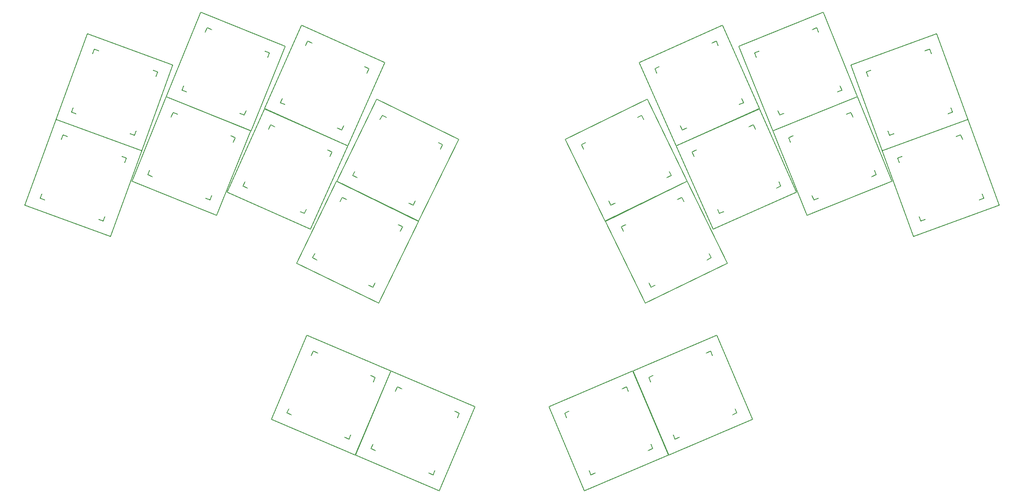
<source format=gbr>
%TF.GenerationSoftware,KiCad,Pcbnew,9.0.0*%
%TF.CreationDate,2025-02-21T22:11:59+01:00*%
%TF.ProjectId,chouchou_mx,63686f75-6368-46f7-955f-6d782e6b6963,v1.0.0*%
%TF.SameCoordinates,Original*%
%TF.FileFunction,OtherDrawing,Comment*%
%FSLAX46Y46*%
G04 Gerber Fmt 4.6, Leading zero omitted, Abs format (unit mm)*
G04 Created by KiCad (PCBNEW 9.0.0) date 2025-02-21 22:11:59*
%MOMM*%
%LPD*%
G01*
G04 APERTURE LIST*
%ADD10C,0.150000*%
G04 APERTURE END LIST*
D10*
%TO.C,S16*%
X152419020Y-112516816D02*
X169776384Y-104788820D01*
X156126462Y-114697384D02*
X155719725Y-113783838D01*
X156633271Y-113377102D02*
X155719725Y-113783838D01*
X160147016Y-129874180D02*
X152419020Y-112516816D01*
X161414038Y-126573475D02*
X161007302Y-125659929D01*
X161414038Y-126573475D02*
X162327584Y-126166738D01*
X168509362Y-108089525D02*
X167595816Y-108496262D01*
X168509362Y-108089525D02*
X168916098Y-109003071D01*
X169776384Y-104788820D02*
X177504380Y-122146184D01*
X173290129Y-121285898D02*
X174203675Y-120879162D01*
X173796938Y-119965616D02*
X174203675Y-120879162D01*
X177504380Y-122146184D02*
X160147016Y-129874180D01*
%TO.C,S13*%
X180342491Y-126797416D02*
X197958984Y-119679891D01*
X183971573Y-129106043D02*
X183596967Y-128178859D01*
X184524151Y-127804253D02*
X183596967Y-128178859D01*
X187460016Y-144413909D02*
X180342491Y-126797416D01*
X188841459Y-141159433D02*
X188466853Y-140232249D01*
X188841459Y-141159433D02*
X189768643Y-140784827D01*
X196577541Y-122934367D02*
X195650357Y-123308973D01*
X196577541Y-122934367D02*
X196952147Y-123861551D01*
X197958984Y-119679891D02*
X205076509Y-137296384D01*
X200894849Y-136289547D02*
X201822033Y-135914941D01*
X201447427Y-134987757D02*
X201822033Y-135914941D01*
X205076509Y-137296384D02*
X187460016Y-144413909D01*
%TO.C,S9*%
X75793658Y-186875750D02*
X83217550Y-169386158D01*
X79462479Y-184630811D02*
X79071748Y-185551316D01*
X79992253Y-185942047D02*
X79071748Y-185551316D01*
X83217550Y-169386158D02*
X100707142Y-176810050D01*
X84541984Y-172664248D02*
X84151253Y-173584753D01*
X84541984Y-172664248D02*
X85462489Y-173054979D01*
X91958816Y-191021552D02*
X91038311Y-190630821D01*
X91958816Y-191021552D02*
X92349547Y-190101047D01*
X93283250Y-194299642D02*
X75793658Y-186875750D01*
X96508547Y-177743753D02*
X97429052Y-178134484D01*
X97038321Y-179054989D02*
X97429052Y-178134484D01*
X100707142Y-176810050D02*
X93283250Y-194299642D01*
%TO.C,S6*%
X74376920Y-122146184D02*
X82104916Y-104788820D01*
X77677625Y-120879162D02*
X78084362Y-119965616D01*
X77677625Y-120879162D02*
X78591171Y-121285898D01*
X82104916Y-104788820D02*
X99462280Y-112516816D01*
X82965202Y-109003071D02*
X83371938Y-108089525D01*
X84285484Y-108496262D02*
X83371938Y-108089525D01*
X89553716Y-126166738D02*
X90467262Y-126573475D01*
X90873998Y-125659929D02*
X90467262Y-126573475D01*
X91734284Y-129874180D02*
X74376920Y-122146184D01*
X96161575Y-113783838D02*
X95248029Y-113377102D01*
X96161575Y-113783838D02*
X95754838Y-114697384D01*
X99462280Y-112516816D02*
X91734284Y-129874180D01*
%TO.C,S22*%
X30941729Y-124379289D02*
X37440111Y-106525129D01*
X34146011Y-122885107D02*
X34488031Y-121945415D01*
X34146011Y-122885107D02*
X35085703Y-123227127D01*
X37440111Y-106525129D02*
X55294271Y-113023511D01*
X38592273Y-110669103D02*
X38934293Y-109729411D01*
X39873985Y-110071431D02*
X38934293Y-109729411D01*
X46362015Y-127331369D02*
X47301707Y-127673389D01*
X47643727Y-126733697D02*
X47301707Y-127673389D01*
X48795889Y-130877671D02*
X30941729Y-124379289D01*
X52089989Y-114517693D02*
X51150297Y-114175673D01*
X52089989Y-114517693D02*
X51747969Y-115457385D01*
X55294271Y-113023511D02*
X48795889Y-130877671D01*
%TO.C,S8*%
X89425031Y-137246618D02*
X97754082Y-120169531D01*
X92767944Y-136095560D02*
X93206315Y-135196766D01*
X92767944Y-136095560D02*
X93666738Y-136533931D01*
X97754082Y-120169531D02*
X114831169Y-128498582D01*
X98466769Y-124411238D02*
X98905140Y-123512444D01*
X99803934Y-123950815D02*
X98905140Y-123512444D01*
X104452266Y-141794385D02*
X105351060Y-142232756D01*
X105789431Y-141333962D02*
X105351060Y-142232756D01*
X106502118Y-145575669D02*
X89425031Y-137246618D01*
X111488256Y-129649640D02*
X110589462Y-129211269D01*
X111488256Y-129649640D02*
X111049885Y-130548434D01*
X114831169Y-128498582D02*
X106502118Y-145575669D01*
%TO.C,S17*%
X145401031Y-145620582D02*
X162478118Y-137291531D01*
X149182315Y-147670434D02*
X148743944Y-146771640D01*
X149642738Y-146333269D02*
X148743944Y-146771640D01*
X153730082Y-162697669D02*
X145401031Y-145620582D01*
X154881140Y-159354756D02*
X154442769Y-158455962D01*
X154881140Y-159354756D02*
X155779934Y-158916385D01*
X161327060Y-140634444D02*
X160428266Y-141072815D01*
X161327060Y-140634444D02*
X161765431Y-141533238D01*
X162478118Y-137291531D02*
X170807169Y-154368618D01*
X166565462Y-153655931D02*
X167464256Y-153217560D01*
X167025885Y-152318766D02*
X167464256Y-153217560D01*
X170807169Y-154368618D02*
X153730082Y-162697669D01*
%TO.C,S15*%
X160167320Y-129919916D02*
X177524684Y-122191920D01*
X163874762Y-132100484D02*
X163468025Y-131186938D01*
X164381571Y-130780202D02*
X163468025Y-131186938D01*
X167895316Y-147277280D02*
X160167320Y-129919916D01*
X169162338Y-143976575D02*
X168755602Y-143063029D01*
X169162338Y-143976575D02*
X170075884Y-143569838D01*
X176257662Y-125492625D02*
X175344116Y-125899362D01*
X176257662Y-125492625D02*
X176664398Y-126406171D01*
X177524684Y-122191920D02*
X185252680Y-139549284D01*
X181038429Y-138688998D02*
X181951975Y-138282262D01*
X181545238Y-137368716D02*
X181951975Y-138282262D01*
X185252680Y-139549284D02*
X167895316Y-147277280D01*
%TO.C,S39*%
X151174058Y-176810050D02*
X168663650Y-169386158D01*
X154452148Y-178134484D02*
X154842879Y-179054989D01*
X154452148Y-178134484D02*
X155372653Y-177743753D01*
X158597950Y-194299642D02*
X151174058Y-176810050D01*
X159531653Y-190101047D02*
X159922384Y-191021552D01*
X160842889Y-190630821D02*
X159922384Y-191021552D01*
X166418711Y-173054979D02*
X167339216Y-172664248D01*
X167729947Y-173584753D02*
X167339216Y-172664248D01*
X168663650Y-169386158D02*
X176087542Y-186875750D01*
X172809452Y-185551316D02*
X171888947Y-185942047D01*
X172809452Y-185551316D02*
X172418721Y-184630811D01*
X176087542Y-186875750D02*
X158597950Y-194299642D01*
%TO.C,S35*%
X160167320Y-129919916D02*
X177524684Y-122191920D01*
X163874762Y-132100484D02*
X163468025Y-131186938D01*
X164381571Y-130780202D02*
X163468025Y-131186938D01*
X167895316Y-147277280D02*
X160167320Y-129919916D01*
X169162338Y-143976575D02*
X168755602Y-143063029D01*
X169162338Y-143976575D02*
X170075884Y-143569838D01*
X176257662Y-125492625D02*
X175344116Y-125899362D01*
X176257662Y-125492625D02*
X176664398Y-126406171D01*
X177524684Y-122191920D02*
X185252680Y-139549284D01*
X181038429Y-138688998D02*
X181951975Y-138282262D01*
X181545238Y-137368716D02*
X181951975Y-138282262D01*
X185252680Y-139549284D02*
X167895316Y-147277280D01*
%TO.C,S36*%
X152419020Y-112516816D02*
X169776384Y-104788820D01*
X156126462Y-114697384D02*
X155719725Y-113783838D01*
X156633271Y-113377102D02*
X155719725Y-113783838D01*
X160147016Y-129874180D02*
X152419020Y-112516816D01*
X161414038Y-126573475D02*
X161007302Y-125659929D01*
X161414038Y-126573475D02*
X162327584Y-126166738D01*
X168509362Y-108089525D02*
X167595816Y-108496262D01*
X168509362Y-108089525D02*
X168916098Y-109003071D01*
X169776384Y-104788820D02*
X177504380Y-122146184D01*
X173290129Y-121285898D02*
X174203675Y-120879162D01*
X173796938Y-119965616D02*
X174203675Y-120879162D01*
X177504380Y-122146184D02*
X160147016Y-129874180D01*
%TO.C,S25*%
X66628520Y-139549284D02*
X74356516Y-122191920D01*
X69929225Y-138282262D02*
X70335962Y-137368716D01*
X69929225Y-138282262D02*
X70842771Y-138688998D01*
X74356516Y-122191920D02*
X91713880Y-129919916D01*
X75216802Y-126406171D02*
X75623538Y-125492625D01*
X76537084Y-125899362D02*
X75623538Y-125492625D01*
X81805316Y-143569838D02*
X82718862Y-143976575D01*
X83125598Y-143063029D02*
X82718862Y-143976575D01*
X83985884Y-147277280D02*
X66628520Y-139549284D01*
X88413175Y-131186938D02*
X87499629Y-130780202D01*
X88413175Y-131186938D02*
X88006438Y-132100484D01*
X91713880Y-129919916D02*
X83985884Y-147277280D01*
%TO.C,S33*%
X180342491Y-126797416D02*
X197958984Y-119679891D01*
X183971573Y-129106043D02*
X183596967Y-128178859D01*
X184524151Y-127804253D02*
X183596967Y-128178859D01*
X187460016Y-144413909D02*
X180342491Y-126797416D01*
X188841459Y-141159433D02*
X188466853Y-140232249D01*
X188841459Y-141159433D02*
X189768643Y-140784827D01*
X196577541Y-122934367D02*
X195650357Y-123308973D01*
X196577541Y-122934367D02*
X196952147Y-123861551D01*
X197958984Y-119679891D02*
X205076509Y-137296384D01*
X200894849Y-136289547D02*
X201822033Y-135914941D01*
X201447427Y-134987757D02*
X201822033Y-135914941D01*
X205076509Y-137296384D02*
X187460016Y-144413909D01*
%TO.C,S2*%
X30941729Y-124379289D02*
X37440111Y-106525129D01*
X34146011Y-122885107D02*
X34488031Y-121945415D01*
X34146011Y-122885107D02*
X35085703Y-123227127D01*
X37440111Y-106525129D02*
X55294271Y-113023511D01*
X38592273Y-110669103D02*
X38934293Y-109729411D01*
X39873985Y-110071431D02*
X38934293Y-109729411D01*
X46362015Y-127331369D02*
X47301707Y-127673389D01*
X47643727Y-126733697D02*
X47301707Y-127673389D01*
X48795889Y-130877671D02*
X30941729Y-124379289D01*
X52089989Y-114517693D02*
X51150297Y-114175673D01*
X52089989Y-114517693D02*
X51747969Y-115457385D01*
X55294271Y-113023511D02*
X48795889Y-130877671D01*
%TO.C,S1*%
X24426229Y-142280389D02*
X30924611Y-124426229D01*
X27630511Y-140786207D02*
X27972531Y-139846515D01*
X27630511Y-140786207D02*
X28570203Y-141128227D01*
X30924611Y-124426229D02*
X48778771Y-130924611D01*
X32076773Y-128570203D02*
X32418793Y-127630511D01*
X33358485Y-127972531D02*
X32418793Y-127630511D01*
X39846515Y-145232469D02*
X40786207Y-145574489D01*
X41128227Y-144634797D02*
X40786207Y-145574489D01*
X42280389Y-148778771D02*
X24426229Y-142280389D01*
X45574489Y-132418793D02*
X44634797Y-132076773D01*
X45574489Y-132418793D02*
X45232469Y-133358485D01*
X48778771Y-130924611D02*
X42280389Y-148778771D01*
%TO.C,S19*%
X151174058Y-176810050D02*
X168663650Y-169386158D01*
X154452148Y-178134484D02*
X154842879Y-179054989D01*
X154452148Y-178134484D02*
X155372653Y-177743753D01*
X158597950Y-194299642D02*
X151174058Y-176810050D01*
X159531653Y-190101047D02*
X159922384Y-191021552D01*
X160842889Y-190630821D02*
X159922384Y-191021552D01*
X166418711Y-173054979D02*
X167339216Y-172664248D01*
X167729947Y-173584753D02*
X167339216Y-172664248D01*
X168663650Y-169386158D02*
X176087542Y-186875750D01*
X172809452Y-185551316D02*
X171888947Y-185942047D01*
X172809452Y-185551316D02*
X172418721Y-184630811D01*
X176087542Y-186875750D02*
X158597950Y-194299642D01*
%TO.C,S29*%
X75793658Y-186875750D02*
X83217550Y-169386158D01*
X79462479Y-184630811D02*
X79071748Y-185551316D01*
X79992253Y-185942047D02*
X79071748Y-185551316D01*
X83217550Y-169386158D02*
X100707142Y-176810050D01*
X84541984Y-172664248D02*
X84151253Y-173584753D01*
X84541984Y-172664248D02*
X85462489Y-173054979D01*
X91958816Y-191021552D02*
X91038311Y-190630821D01*
X91958816Y-191021552D02*
X92349547Y-190101047D01*
X93283250Y-194299642D02*
X75793658Y-186875750D01*
X96508547Y-177743753D02*
X97429052Y-178134484D01*
X97038321Y-179054989D02*
X97429052Y-178134484D01*
X100707142Y-176810050D02*
X93283250Y-194299642D01*
%TO.C,S3*%
X46804691Y-137296384D02*
X53922216Y-119679891D01*
X50059167Y-135914941D02*
X50433773Y-134987757D01*
X50059167Y-135914941D02*
X50986351Y-136289547D01*
X53922216Y-119679891D02*
X71538709Y-126797416D01*
X54929053Y-123861551D02*
X55303659Y-122934367D01*
X56230843Y-123308973D02*
X55303659Y-122934367D01*
X62112557Y-140784827D02*
X63039741Y-141159433D01*
X63414347Y-140232249D02*
X63039741Y-141159433D01*
X64421184Y-144413909D02*
X46804691Y-137296384D01*
X68284233Y-128178859D02*
X67357049Y-127804253D01*
X68284233Y-128178859D02*
X67909627Y-129106043D01*
X71538709Y-126797416D02*
X64421184Y-144413909D01*
%TO.C,S24*%
X53940991Y-119633584D02*
X61058516Y-102017091D01*
X57195467Y-118252141D02*
X57570073Y-117324957D01*
X57195467Y-118252141D02*
X58122651Y-118626747D01*
X61058516Y-102017091D02*
X78675009Y-109134616D01*
X62065353Y-106198751D02*
X62439959Y-105271567D01*
X63367143Y-105646173D02*
X62439959Y-105271567D01*
X69248857Y-123122027D02*
X70176041Y-123496633D01*
X70550647Y-122569449D02*
X70176041Y-123496633D01*
X71557484Y-126751109D02*
X53940991Y-119633584D01*
X75420533Y-110516059D02*
X74493349Y-110141453D01*
X75420533Y-110516059D02*
X75045927Y-111443243D01*
X78675009Y-109134616D02*
X71557484Y-126751109D01*
%TO.C,S34*%
X173206191Y-109134616D02*
X190822684Y-102017091D01*
X176835273Y-111443243D02*
X176460667Y-110516059D01*
X177387851Y-110141453D02*
X176460667Y-110516059D01*
X180323716Y-126751109D02*
X173206191Y-109134616D01*
X181705159Y-123496633D02*
X181330553Y-122569449D01*
X181705159Y-123496633D02*
X182632343Y-123122027D01*
X189441241Y-105271567D02*
X188514057Y-105646173D01*
X189441241Y-105271567D02*
X189815847Y-106198751D01*
X190822684Y-102017091D02*
X197940209Y-119633584D01*
X193758549Y-118626747D02*
X194685733Y-118252141D01*
X194311127Y-117324957D02*
X194685733Y-118252141D01*
X197940209Y-119633584D02*
X180323716Y-126751109D01*
%TO.C,S21*%
X24426229Y-142280389D02*
X30924611Y-124426229D01*
X27630511Y-140786207D02*
X27972531Y-139846515D01*
X27630511Y-140786207D02*
X28570203Y-141128227D01*
X30924611Y-124426229D02*
X48778771Y-130924611D01*
X32076773Y-128570203D02*
X32418793Y-127630511D01*
X33358485Y-127972531D02*
X32418793Y-127630511D01*
X39846515Y-145232469D02*
X40786207Y-145574489D01*
X41128227Y-144634797D02*
X40786207Y-145574489D01*
X42280389Y-148778771D02*
X24426229Y-142280389D01*
X45574489Y-132418793D02*
X44634797Y-132076773D01*
X45574489Y-132418793D02*
X45232469Y-133358485D01*
X48778771Y-130924611D02*
X42280389Y-148778771D01*
%TO.C,S26*%
X74376920Y-122146184D02*
X82104916Y-104788820D01*
X77677625Y-120879162D02*
X78084362Y-119965616D01*
X77677625Y-120879162D02*
X78591171Y-121285898D01*
X82104916Y-104788820D02*
X99462280Y-112516816D01*
X82965202Y-109003071D02*
X83371938Y-108089525D01*
X84285484Y-108496262D02*
X83371938Y-108089525D01*
X89553716Y-126166738D02*
X90467262Y-126573475D01*
X90873998Y-125659929D02*
X90467262Y-126573475D01*
X91734284Y-129874180D02*
X74376920Y-122146184D01*
X96161575Y-113783838D02*
X95248029Y-113377102D01*
X96161575Y-113783838D02*
X95754838Y-114697384D01*
X99462280Y-112516816D02*
X91734284Y-129874180D01*
%TO.C,S12*%
X196586929Y-113023511D02*
X214441089Y-106525129D01*
X200133231Y-115457385D02*
X199791211Y-114517693D01*
X200730903Y-114175673D02*
X199791211Y-114517693D01*
X203085311Y-130877671D02*
X196586929Y-113023511D01*
X204579493Y-127673389D02*
X204237473Y-126733697D01*
X204579493Y-127673389D02*
X205519185Y-127331369D01*
X212946907Y-109729411D02*
X212007215Y-110071431D01*
X212946907Y-109729411D02*
X213288927Y-110669103D01*
X214441089Y-106525129D02*
X220939471Y-124379289D01*
X216795497Y-123227127D02*
X217735189Y-122885107D01*
X217393169Y-121945415D02*
X217735189Y-122885107D01*
X220939471Y-124379289D02*
X203085311Y-130877671D01*
%TO.C,S31*%
X203102429Y-130924611D02*
X220956589Y-124426229D01*
X206648731Y-133358485D02*
X206306711Y-132418793D01*
X207246403Y-132076773D02*
X206306711Y-132418793D01*
X209600811Y-148778771D02*
X203102429Y-130924611D01*
X211094993Y-145574489D02*
X210752973Y-144634797D01*
X211094993Y-145574489D02*
X212034685Y-145232469D01*
X219462407Y-127630511D02*
X218522715Y-127972531D01*
X219462407Y-127630511D02*
X219804427Y-128570203D01*
X220956589Y-124426229D02*
X227454971Y-142280389D01*
X223310997Y-141128227D02*
X224250689Y-140786207D01*
X223908669Y-139846515D02*
X224250689Y-140786207D01*
X227454971Y-142280389D02*
X209600811Y-148778771D01*
%TO.C,S10*%
X93329358Y-194319150D02*
X100753250Y-176829558D01*
X96998179Y-192074211D02*
X96607448Y-192994716D01*
X97527953Y-193385447D02*
X96607448Y-192994716D01*
X100753250Y-176829558D02*
X118242842Y-184253450D01*
X102077684Y-180107648D02*
X101686953Y-181028153D01*
X102077684Y-180107648D02*
X102998189Y-180498379D01*
X109494516Y-198464952D02*
X108574011Y-198074221D01*
X109494516Y-198464952D02*
X109885247Y-197544447D01*
X110818950Y-201743042D02*
X93329358Y-194319150D01*
X114044247Y-185187153D02*
X114964752Y-185577884D01*
X114574021Y-186498389D02*
X114964752Y-185577884D01*
X118242842Y-184253450D02*
X110818950Y-201743042D01*
%TO.C,S30*%
X93329358Y-194319150D02*
X100753250Y-176829558D01*
X96998179Y-192074211D02*
X96607448Y-192994716D01*
X97527953Y-193385447D02*
X96607448Y-192994716D01*
X100753250Y-176829558D02*
X118242842Y-184253450D01*
X102077684Y-180107648D02*
X101686953Y-181028153D01*
X102077684Y-180107648D02*
X102998189Y-180498379D01*
X109494516Y-198464952D02*
X108574011Y-198074221D01*
X109494516Y-198464952D02*
X109885247Y-197544447D01*
X110818950Y-201743042D02*
X93329358Y-194319150D01*
X114044247Y-185187153D02*
X114964752Y-185577884D01*
X114574021Y-186498389D02*
X114964752Y-185577884D01*
X118242842Y-184253450D02*
X110818950Y-201743042D01*
%TO.C,S27*%
X81074031Y-154368618D02*
X89403082Y-137291531D01*
X84416944Y-153217560D02*
X84855315Y-152318766D01*
X84416944Y-153217560D02*
X85315738Y-153655931D01*
X89403082Y-137291531D02*
X106480169Y-145620582D01*
X90115769Y-141533238D02*
X90554140Y-140634444D01*
X91452934Y-141072815D02*
X90554140Y-140634444D01*
X96101266Y-158916385D02*
X97000060Y-159354756D01*
X97438431Y-158455962D02*
X97000060Y-159354756D01*
X98151118Y-162697669D02*
X81074031Y-154368618D01*
X103137256Y-146771640D02*
X102238462Y-146333269D01*
X103137256Y-146771640D02*
X102698885Y-147670434D01*
X106480169Y-145620582D02*
X98151118Y-162697669D01*
%TO.C,S37*%
X145401031Y-145620582D02*
X162478118Y-137291531D01*
X149182315Y-147670434D02*
X148743944Y-146771640D01*
X149642738Y-146333269D02*
X148743944Y-146771640D01*
X153730082Y-162697669D02*
X145401031Y-145620582D01*
X154881140Y-159354756D02*
X154442769Y-158455962D01*
X154881140Y-159354756D02*
X155779934Y-158916385D01*
X161327060Y-140634444D02*
X160428266Y-141072815D01*
X161327060Y-140634444D02*
X161765431Y-141533238D01*
X162478118Y-137291531D02*
X170807169Y-154368618D01*
X166565462Y-153655931D02*
X167464256Y-153217560D01*
X167025885Y-152318766D02*
X167464256Y-153217560D01*
X170807169Y-154368618D02*
X153730082Y-162697669D01*
%TO.C,S28*%
X89425031Y-137246618D02*
X97754082Y-120169531D01*
X92767944Y-136095560D02*
X93206315Y-135196766D01*
X92767944Y-136095560D02*
X93666738Y-136533931D01*
X97754082Y-120169531D02*
X114831169Y-128498582D01*
X98466769Y-124411238D02*
X98905140Y-123512444D01*
X99803934Y-123950815D02*
X98905140Y-123512444D01*
X104452266Y-141794385D02*
X105351060Y-142232756D01*
X105789431Y-141333962D02*
X105351060Y-142232756D01*
X106502118Y-145575669D02*
X89425031Y-137246618D01*
X111488256Y-129649640D02*
X110589462Y-129211269D01*
X111488256Y-129649640D02*
X111049885Y-130548434D01*
X114831169Y-128498582D02*
X106502118Y-145575669D01*
%TO.C,S38*%
X137050031Y-128498582D02*
X154127118Y-120169531D01*
X140831315Y-130548434D02*
X140392944Y-129649640D01*
X141291738Y-129211269D02*
X140392944Y-129649640D01*
X145379082Y-145575669D02*
X137050031Y-128498582D01*
X146530140Y-142232756D02*
X146091769Y-141333962D01*
X146530140Y-142232756D02*
X147428934Y-141794385D01*
X152976060Y-123512444D02*
X152077266Y-123950815D01*
X152976060Y-123512444D02*
X153414431Y-124411238D01*
X154127118Y-120169531D02*
X162456169Y-137246618D01*
X158214462Y-136533931D02*
X159113256Y-136095560D01*
X158674885Y-135196766D02*
X159113256Y-136095560D01*
X162456169Y-137246618D02*
X145379082Y-145575669D01*
%TO.C,S40*%
X133638458Y-184253450D02*
X151128050Y-176829558D01*
X136916548Y-185577884D02*
X137307279Y-186498389D01*
X136916548Y-185577884D02*
X137837053Y-185187153D01*
X141062350Y-201743042D02*
X133638458Y-184253450D01*
X141996053Y-197544447D02*
X142386784Y-198464952D01*
X143307289Y-198074221D02*
X142386784Y-198464952D01*
X148883111Y-180498379D02*
X149803616Y-180107648D01*
X150194347Y-181028153D02*
X149803616Y-180107648D01*
X151128050Y-176829558D02*
X158551942Y-194319150D01*
X155273852Y-192994716D02*
X154353347Y-193385447D01*
X155273852Y-192994716D02*
X154883121Y-192074211D01*
X158551942Y-194319150D02*
X141062350Y-201743042D01*
%TO.C,S32*%
X196586929Y-113023511D02*
X214441089Y-106525129D01*
X200133231Y-115457385D02*
X199791211Y-114517693D01*
X200730903Y-114175673D02*
X199791211Y-114517693D01*
X203085311Y-130877671D02*
X196586929Y-113023511D01*
X204579493Y-127673389D02*
X204237473Y-126733697D01*
X204579493Y-127673389D02*
X205519185Y-127331369D01*
X212946907Y-109729411D02*
X212007215Y-110071431D01*
X212946907Y-109729411D02*
X213288927Y-110669103D01*
X214441089Y-106525129D02*
X220939471Y-124379289D01*
X216795497Y-123227127D02*
X217735189Y-122885107D01*
X217393169Y-121945415D02*
X217735189Y-122885107D01*
X220939471Y-124379289D02*
X203085311Y-130877671D01*
%TO.C,S5*%
X66628520Y-139549284D02*
X74356516Y-122191920D01*
X69929225Y-138282262D02*
X70335962Y-137368716D01*
X69929225Y-138282262D02*
X70842771Y-138688998D01*
X74356516Y-122191920D02*
X91713880Y-129919916D01*
X75216802Y-126406171D02*
X75623538Y-125492625D01*
X76537084Y-125899362D02*
X75623538Y-125492625D01*
X81805316Y-143569838D02*
X82718862Y-143976575D01*
X83125598Y-143063029D02*
X82718862Y-143976575D01*
X83985884Y-147277280D02*
X66628520Y-139549284D01*
X88413175Y-131186938D02*
X87499629Y-130780202D01*
X88413175Y-131186938D02*
X88006438Y-132100484D01*
X91713880Y-129919916D02*
X83985884Y-147277280D01*
%TO.C,S4*%
X53940991Y-119633584D02*
X61058516Y-102017091D01*
X57195467Y-118252141D02*
X57570073Y-117324957D01*
X57195467Y-118252141D02*
X58122651Y-118626747D01*
X61058516Y-102017091D02*
X78675009Y-109134616D01*
X62065353Y-106198751D02*
X62439959Y-105271567D01*
X63367143Y-105646173D02*
X62439959Y-105271567D01*
X69248857Y-123122027D02*
X70176041Y-123496633D01*
X70550647Y-122569449D02*
X70176041Y-123496633D01*
X71557484Y-126751109D02*
X53940991Y-119633584D01*
X75420533Y-110516059D02*
X74493349Y-110141453D01*
X75420533Y-110516059D02*
X75045927Y-111443243D01*
X78675009Y-109134616D02*
X71557484Y-126751109D01*
%TO.C,S7*%
X81074031Y-154368618D02*
X89403082Y-137291531D01*
X84416944Y-153217560D02*
X84855315Y-152318766D01*
X84416944Y-153217560D02*
X85315738Y-153655931D01*
X89403082Y-137291531D02*
X106480169Y-145620582D01*
X90115769Y-141533238D02*
X90554140Y-140634444D01*
X91452934Y-141072815D02*
X90554140Y-140634444D01*
X96101266Y-158916385D02*
X97000060Y-159354756D01*
X97438431Y-158455962D02*
X97000060Y-159354756D01*
X98151118Y-162697669D02*
X81074031Y-154368618D01*
X103137256Y-146771640D02*
X102238462Y-146333269D01*
X103137256Y-146771640D02*
X102698885Y-147670434D01*
X106480169Y-145620582D02*
X98151118Y-162697669D01*
%TO.C,S18*%
X137050031Y-128498582D02*
X154127118Y-120169531D01*
X140831315Y-130548434D02*
X140392944Y-129649640D01*
X141291738Y-129211269D02*
X140392944Y-129649640D01*
X145379082Y-145575669D02*
X137050031Y-128498582D01*
X146530140Y-142232756D02*
X146091769Y-141333962D01*
X146530140Y-142232756D02*
X147428934Y-141794385D01*
X152976060Y-123512444D02*
X152077266Y-123950815D01*
X152976060Y-123512444D02*
X153414431Y-124411238D01*
X154127118Y-120169531D02*
X162456169Y-137246618D01*
X158214462Y-136533931D02*
X159113256Y-136095560D01*
X158674885Y-135196766D02*
X159113256Y-136095560D01*
X162456169Y-137246618D02*
X145379082Y-145575669D01*
%TO.C,S23*%
X46804691Y-137296384D02*
X53922216Y-119679891D01*
X50059167Y-135914941D02*
X50433773Y-134987757D01*
X50059167Y-135914941D02*
X50986351Y-136289547D01*
X53922216Y-119679891D02*
X71538709Y-126797416D01*
X54929053Y-123861551D02*
X55303659Y-122934367D01*
X56230843Y-123308973D02*
X55303659Y-122934367D01*
X62112557Y-140784827D02*
X63039741Y-141159433D01*
X63414347Y-140232249D02*
X63039741Y-141159433D01*
X64421184Y-144413909D02*
X46804691Y-137296384D01*
X68284233Y-128178859D02*
X67357049Y-127804253D01*
X68284233Y-128178859D02*
X67909627Y-129106043D01*
X71538709Y-126797416D02*
X64421184Y-144413909D01*
%TO.C,S11*%
X203102429Y-130924611D02*
X220956589Y-124426229D01*
X206648731Y-133358485D02*
X206306711Y-132418793D01*
X207246403Y-132076773D02*
X206306711Y-132418793D01*
X209600811Y-148778771D02*
X203102429Y-130924611D01*
X211094993Y-145574489D02*
X210752973Y-144634797D01*
X211094993Y-145574489D02*
X212034685Y-145232469D01*
X219462407Y-127630511D02*
X218522715Y-127972531D01*
X219462407Y-127630511D02*
X219804427Y-128570203D01*
X220956589Y-124426229D02*
X227454971Y-142280389D01*
X223310997Y-141128227D02*
X224250689Y-140786207D01*
X223908669Y-139846515D02*
X224250689Y-140786207D01*
X227454971Y-142280389D02*
X209600811Y-148778771D01*
%TO.C,S14*%
X173206191Y-109134616D02*
X190822684Y-102017091D01*
X176835273Y-111443243D02*
X176460667Y-110516059D01*
X177387851Y-110141453D02*
X176460667Y-110516059D01*
X180323716Y-126751109D02*
X173206191Y-109134616D01*
X181705159Y-123496633D02*
X181330553Y-122569449D01*
X181705159Y-123496633D02*
X182632343Y-123122027D01*
X189441241Y-105271567D02*
X188514057Y-105646173D01*
X189441241Y-105271567D02*
X189815847Y-106198751D01*
X190822684Y-102017091D02*
X197940209Y-119633584D01*
X193758549Y-118626747D02*
X194685733Y-118252141D01*
X194311127Y-117324957D02*
X194685733Y-118252141D01*
X197940209Y-119633584D02*
X180323716Y-126751109D01*
%TO.C,S20*%
X133638458Y-184253450D02*
X151128050Y-176829558D01*
X136916548Y-185577884D02*
X137307279Y-186498389D01*
X136916548Y-185577884D02*
X137837053Y-185187153D01*
X141062350Y-201743042D02*
X133638458Y-184253450D01*
X141996053Y-197544447D02*
X142386784Y-198464952D01*
X143307289Y-198074221D02*
X142386784Y-198464952D01*
X148883111Y-180498379D02*
X149803616Y-180107648D01*
X150194347Y-181028153D02*
X149803616Y-180107648D01*
X151128050Y-176829558D02*
X158551942Y-194319150D01*
X155273852Y-192994716D02*
X154353347Y-193385447D01*
X155273852Y-192994716D02*
X154883121Y-192074211D01*
X158551942Y-194319150D02*
X141062350Y-201743042D01*
%TD*%
M02*

</source>
